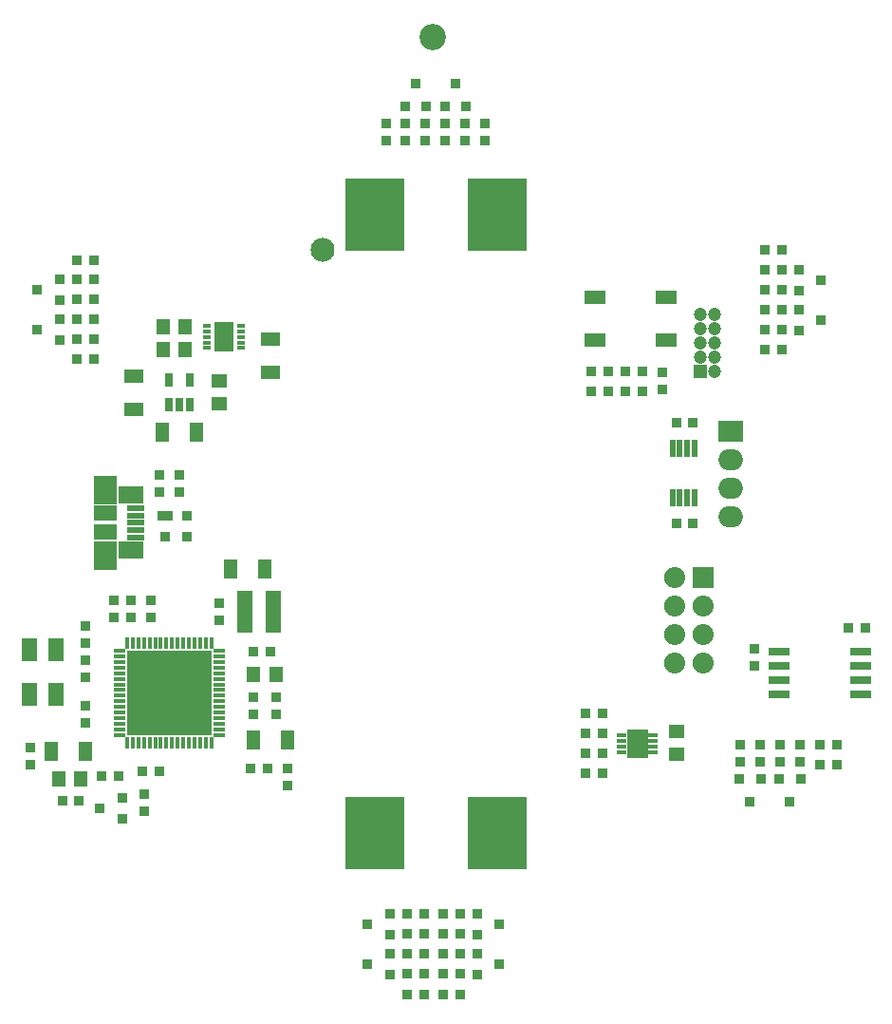
<source format=gbr>
G04 #@! TF.GenerationSoftware,KiCad,Pcbnew,(2016-12-02 revision 54c5f6b)-makepkg*
G04 #@! TF.CreationDate,2016-12-08T23:13:55-06:00*
G04 #@! TF.ProjectId,Star,537461722E6B696361645F7063620000,rev?*
G04 #@! TF.FileFunction,Soldermask,Bot*
G04 #@! TF.FilePolarity,Negative*
%FSLAX46Y46*%
G04 Gerber Fmt 4.6, Leading zero omitted, Abs format (unit mm)*
G04 Created by KiCad (PCBNEW (2016-12-02 revision 54c5f6b)-makepkg) date 12/08/16 23:13:55*
%MOMM*%
%LPD*%
G01*
G04 APERTURE LIST*
%ADD10C,0.100000*%
%ADD11C,2.352400*%
%ADD12R,1.752400X1.152400*%
%ADD13R,0.902400X0.952400*%
%ADD14R,5.232400X6.502400*%
%ADD15C,2.133600*%
%ADD16R,1.989900X1.989900*%
%ADD17R,1.002400X0.452400*%
%ADD18R,0.452400X1.002400*%
%ADD19R,1.152400X1.752400*%
%ADD20R,0.952400X0.902400*%
%ADD21R,1.152400X1.402400*%
%ADD22R,1.402400X1.152400*%
%ADD23R,1.202400X1.202400*%
%ADD24C,1.202400*%
%ADD25R,2.184400X1.879600*%
%ADD26O,2.184400X1.879600*%
%ADD27R,2.049780X1.325880*%
%ADD28R,2.049780X2.527300*%
%ADD29R,2.252980X1.625600*%
%ADD30R,1.531620X0.601980*%
%ADD31O,1.879600X1.879600*%
%ADD32R,1.879600X1.879600*%
%ADD33R,0.952500X0.952500*%
%ADD34R,1.452400X2.152400*%
%ADD35R,0.802400X1.212400*%
%ADD36R,0.802400X0.452400*%
%ADD37R,0.927400X1.392400*%
%ADD38R,1.852400X0.802400*%
%ADD39R,0.852400X0.402400*%
%ADD40R,0.982400X1.342400*%
%ADD41R,0.602400X1.602400*%
%ADD42R,0.952400X0.952400*%
%ADD43R,1.352400X0.952400*%
%ADD44R,1.422400X3.708400*%
%ADD45R,1.852400X1.152400*%
G04 APERTURE END LIST*
D10*
D11*
X127000000Y-54673500D03*
D12*
X112522000Y-84558000D03*
X112522000Y-81558000D03*
D13*
X101219000Y-122186000D03*
X101219000Y-123686000D03*
D14*
X121793000Y-70485000D03*
X132715000Y-70485000D03*
X121793000Y-125628400D03*
X132715000Y-125628400D03*
D15*
X117170200Y-73660000D03*
D16*
X106231500Y-115883500D03*
X104394000Y-115883500D03*
X102556500Y-115883500D03*
X100719000Y-115883500D03*
X106231500Y-114046000D03*
X104394000Y-114046000D03*
X102556500Y-114046000D03*
X100719000Y-114046000D03*
X106231500Y-112208500D03*
X104394000Y-112208500D03*
X102556500Y-112208500D03*
X100719000Y-112208500D03*
X106231500Y-110371000D03*
X104394000Y-110371000D03*
X102556500Y-110371000D03*
X100719000Y-110371000D03*
D17*
X107925250Y-116877250D03*
X107925250Y-116377250D03*
X107925250Y-115877250D03*
X107925250Y-115377250D03*
X107925250Y-114877250D03*
X107925250Y-114377250D03*
X107925250Y-113877250D03*
X107925250Y-113377250D03*
X107925250Y-112877250D03*
X107925250Y-112377250D03*
X107925250Y-111877250D03*
X107925250Y-111377250D03*
X107925250Y-110877250D03*
X107925250Y-110377250D03*
X107925250Y-109877250D03*
X107925250Y-109377250D03*
D18*
X107225250Y-108677250D03*
X106725250Y-108677250D03*
X106225250Y-108677250D03*
X105725250Y-108677250D03*
X105225250Y-108677250D03*
X104725250Y-108677250D03*
X104225250Y-108677250D03*
X103725250Y-108677250D03*
X103225250Y-108677250D03*
X102725250Y-108677250D03*
X102225250Y-108677250D03*
X101725250Y-108677250D03*
X101225250Y-108677250D03*
X100725250Y-108677250D03*
X100225250Y-108677250D03*
X99725250Y-108677250D03*
D17*
X99025250Y-109377250D03*
X99025250Y-109877250D03*
X99025250Y-110377250D03*
X99025250Y-110877250D03*
X99025250Y-111377250D03*
X99025250Y-111877250D03*
X99025250Y-112377250D03*
X99025250Y-112877250D03*
X99025250Y-113377250D03*
X99025250Y-113877250D03*
X99025250Y-114377250D03*
X99025250Y-114877250D03*
X99025250Y-115377250D03*
X99025250Y-115877250D03*
X99025250Y-116377250D03*
X99025250Y-116877250D03*
D18*
X99725250Y-117577250D03*
X100225250Y-117577250D03*
X100725250Y-117577250D03*
X101225250Y-117577250D03*
X101725250Y-117577250D03*
X102225250Y-117577250D03*
X102725250Y-117577250D03*
X103225250Y-117577250D03*
X103725250Y-117577250D03*
X104225250Y-117577250D03*
X104725250Y-117577250D03*
X105225250Y-117577250D03*
X105725250Y-117577250D03*
X106225250Y-117577250D03*
X106725250Y-117577250D03*
X107225250Y-117577250D03*
D19*
X95988000Y-118364000D03*
X92988000Y-118364000D03*
X111990000Y-102108000D03*
X108990000Y-102108000D03*
X111022000Y-117348000D03*
X114022000Y-117348000D03*
D13*
X110998000Y-115050000D03*
X110998000Y-113550000D03*
D19*
X105894000Y-89916000D03*
X102894000Y-89916000D03*
D20*
X100064000Y-106426000D03*
X98564000Y-106426000D03*
X145657000Y-86233000D03*
X144157000Y-86233000D03*
X102604000Y-120142000D03*
X101104000Y-120142000D03*
D12*
X100330000Y-84860000D03*
X100330000Y-87860000D03*
D13*
X107950000Y-105168000D03*
X107950000Y-106668000D03*
D21*
X111014000Y-111506000D03*
X113014000Y-111506000D03*
D22*
X107950000Y-85344000D03*
X107950000Y-87344000D03*
D13*
X96012000Y-115812000D03*
X96012000Y-114312000D03*
D20*
X112510000Y-109474000D03*
X111010000Y-109474000D03*
D21*
X102914021Y-82553361D03*
X104914021Y-82553361D03*
X102914021Y-80521361D03*
X104914021Y-80521361D03*
D13*
X113030000Y-113550000D03*
X113030000Y-115050000D03*
X155702000Y-110720000D03*
X155702000Y-109220000D03*
X96012000Y-110248000D03*
X96012000Y-111748000D03*
D20*
X110756000Y-119888000D03*
X112256000Y-119888000D03*
X142101000Y-120269000D03*
X140601000Y-120269000D03*
X142101000Y-114935000D03*
X140601000Y-114935000D03*
D13*
X96012000Y-107200000D03*
X96012000Y-108700000D03*
D21*
X93615000Y-120777000D03*
X95615000Y-120777000D03*
D22*
X148717000Y-118602000D03*
X148717000Y-116602000D03*
D13*
X102616000Y-95238000D03*
X102616000Y-93738000D03*
D20*
X150223832Y-89027000D03*
X148723832Y-89027000D03*
X150223832Y-98011792D03*
X148723832Y-98011792D03*
D23*
X150876000Y-84455000D03*
D24*
X150876000Y-83185000D03*
X150876000Y-81915000D03*
X150876000Y-80645000D03*
X150876000Y-79375000D03*
X152146000Y-83185000D03*
X152146000Y-81915000D03*
X152146000Y-80645000D03*
X152146000Y-79375000D03*
X152146000Y-84455000D03*
D25*
X153543000Y-89789000D03*
D26*
X153543000Y-92329000D03*
X153543000Y-94869000D03*
X153543000Y-97409000D03*
D27*
X97790000Y-98806000D03*
X97790000Y-97129600D03*
D28*
X97790000Y-95054420D03*
X97790000Y-100881180D03*
D29*
X100088700Y-95506540D03*
X100088700Y-100429060D03*
D30*
X100449380Y-99268280D03*
X100449380Y-98618040D03*
X100449380Y-97967800D03*
X100449380Y-97317560D03*
X100449380Y-96667320D03*
D31*
X148590000Y-110490000D03*
X151130000Y-110490000D03*
X148590000Y-107950000D03*
X151130000Y-107950000D03*
X148590000Y-105410000D03*
X151130000Y-105410000D03*
X148590000Y-102870000D03*
D32*
X151130000Y-102870000D03*
D33*
X130952240Y-138249688D03*
X130952240Y-136349688D03*
X132951220Y-137299688D03*
X130952240Y-134693688D03*
X130952240Y-132793688D03*
X132951220Y-133743688D03*
X121175780Y-133743688D03*
X123174760Y-134693688D03*
X123174760Y-132793688D03*
X123174760Y-136349688D03*
X123174760Y-138249688D03*
X121175780Y-137299688D03*
X154350036Y-120792240D03*
X156250036Y-120792240D03*
X155300036Y-122791220D03*
X158856036Y-122809000D03*
X159806036Y-120810020D03*
X157906036Y-120810020D03*
X159654240Y-77277000D03*
X159654240Y-75377000D03*
X161653220Y-76327000D03*
X161653220Y-79883000D03*
X159654240Y-78933000D03*
X159654240Y-80833000D03*
X125457738Y-58818780D03*
X124507738Y-60817760D03*
X126407738Y-60817760D03*
X129963738Y-60817760D03*
X128063738Y-60817760D03*
X129013738Y-58818780D03*
X91711780Y-80750854D03*
X93710760Y-81700854D03*
X93710760Y-79800854D03*
X93710760Y-76244854D03*
X93710760Y-78144854D03*
X91711780Y-77194854D03*
X97299780Y-123444000D03*
X99298760Y-124394000D03*
X99298760Y-122494000D03*
D20*
X129401000Y-138188688D03*
X127901000Y-138188688D03*
X127901000Y-136410688D03*
X129401000Y-136410688D03*
D13*
X91059000Y-119495000D03*
X91059000Y-117995000D03*
D20*
X141109000Y-86233000D03*
X142609000Y-86233000D03*
X95428500Y-122745500D03*
X93928500Y-122745500D03*
X129401000Y-132854688D03*
X127901000Y-132854688D03*
X129401000Y-134632688D03*
X127901000Y-134632688D03*
D13*
X147447000Y-86094000D03*
X147447000Y-84594000D03*
D20*
X142609000Y-84455000D03*
X141109000Y-84455000D03*
X124726000Y-132854688D03*
X126226000Y-132854688D03*
X126226000Y-134632688D03*
X124726000Y-134632688D03*
X127901000Y-140017500D03*
X129401000Y-140017500D03*
X124726000Y-140017500D03*
X126226000Y-140017500D03*
X124726000Y-138188688D03*
X126226000Y-138188688D03*
X124726000Y-136410688D03*
X126226000Y-136410688D03*
D13*
X154411036Y-119241000D03*
X154411036Y-117741000D03*
X156189036Y-117741000D03*
X156189036Y-119241000D03*
D20*
X163056000Y-119507000D03*
X161556000Y-119507000D03*
X161568000Y-117792500D03*
X163068000Y-117792500D03*
D13*
X159745036Y-117741000D03*
X159745036Y-119241000D03*
X157967036Y-119241000D03*
X157967036Y-117741000D03*
D20*
X156603000Y-77216000D03*
X158103000Y-77216000D03*
X158103000Y-75438000D03*
X156603000Y-75438000D03*
X158103000Y-82550000D03*
X156603000Y-82550000D03*
X156603000Y-73660000D03*
X158103000Y-73660000D03*
X158103000Y-78994000D03*
X156603000Y-78994000D03*
X156603000Y-80772000D03*
X158103000Y-80772000D03*
X144157000Y-84455000D03*
X145657000Y-84455000D03*
D13*
X126346738Y-62369000D03*
X126346738Y-63869000D03*
X124568738Y-63869000D03*
X124568738Y-62369000D03*
X122809000Y-63869000D03*
X122809000Y-62369000D03*
X131635500Y-62369000D03*
X131635500Y-63869000D03*
X128124738Y-62369000D03*
X128124738Y-63869000D03*
D20*
X165596000Y-107315000D03*
X164096000Y-107315000D03*
X142101000Y-118491000D03*
X140601000Y-118491000D03*
X142101000Y-116713000D03*
X140601000Y-116713000D03*
D13*
X129902738Y-62369000D03*
X129902738Y-63869000D03*
X104394000Y-93738000D03*
X104394000Y-95238000D03*
D20*
X95262000Y-79861854D03*
X96762000Y-79861854D03*
X96762000Y-81639854D03*
X95262000Y-81639854D03*
X95262000Y-74612500D03*
X96762000Y-74612500D03*
X95262000Y-83375500D03*
X96762000Y-83375500D03*
X95262000Y-78083854D03*
X96762000Y-78083854D03*
X95262000Y-76305854D03*
X96762000Y-76305854D03*
D13*
X114046000Y-121400000D03*
X114046000Y-119900000D03*
D20*
X98933000Y-120523000D03*
X97433000Y-120523000D03*
X98564000Y-104902000D03*
X100064000Y-104902000D03*
D13*
X101854000Y-106414000D03*
X101854000Y-104914000D03*
D34*
X91002000Y-109252000D03*
X91002000Y-113252000D03*
X93402000Y-113252000D03*
X93402000Y-109252000D03*
D35*
X105344000Y-87460000D03*
X104394000Y-87460000D03*
X103444000Y-87460000D03*
X103444000Y-85260000D03*
X105344000Y-85260000D03*
D36*
X106815521Y-82395361D03*
X106815521Y-81895361D03*
X106815521Y-81395361D03*
X106815521Y-80895361D03*
X106815521Y-80395361D03*
X109915521Y-80395361D03*
X109915521Y-80895361D03*
X109915521Y-81395361D03*
X109915521Y-81895361D03*
X109915521Y-82395361D03*
D37*
X108753021Y-80775361D03*
X108753021Y-82015361D03*
X107978021Y-80775361D03*
X107978021Y-82015361D03*
D38*
X165194000Y-109474000D03*
X165194000Y-110744000D03*
X165194000Y-112014000D03*
X165194000Y-113284000D03*
X157894000Y-113284000D03*
X157894000Y-112014000D03*
X157894000Y-110744000D03*
X157894000Y-109474000D03*
D39*
X143854000Y-118392000D03*
X143854000Y-117892000D03*
X143854000Y-117392000D03*
X143854000Y-116892000D03*
X146654000Y-116892000D03*
X146654000Y-117392000D03*
X146654000Y-117892000D03*
X146654000Y-118392000D03*
D40*
X145669000Y-117047000D03*
X145669000Y-118237000D03*
X144839000Y-117047000D03*
X144839000Y-118237000D03*
D41*
X150321832Y-95766792D03*
X149671832Y-95766792D03*
X149021832Y-95766792D03*
X148371832Y-95766792D03*
X148371832Y-91366792D03*
X149021832Y-91366792D03*
X149671832Y-91366792D03*
X150321832Y-91366792D03*
D42*
X103124000Y-99220100D03*
X105024000Y-99220100D03*
X105024000Y-97320100D03*
D43*
X103124000Y-97320100D03*
D44*
X112776000Y-105918000D03*
X110236000Y-105918000D03*
D45*
X147803000Y-77856000D03*
X141503000Y-77856000D03*
X147803000Y-81656000D03*
X141503000Y-81656000D03*
M02*

</source>
